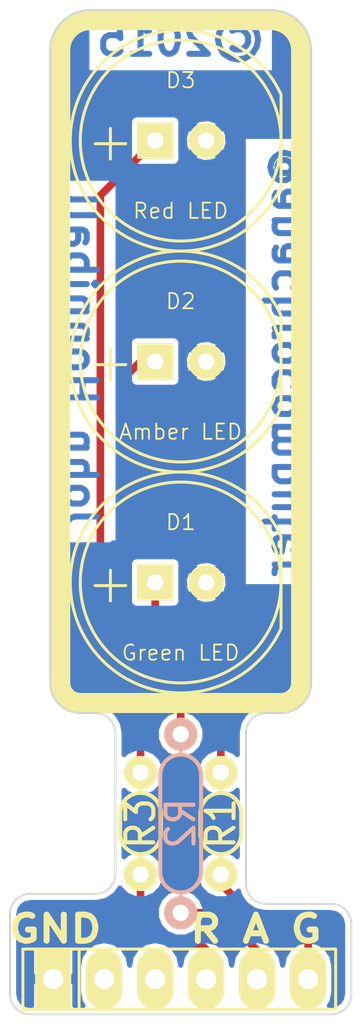
<source format=kicad_pcb>
(kicad_pcb (version 20211014) (generator pcbnew)
  (title_block (title "Traffic Signal Head PCB") (date "2024-10-19") (rev "1.02") (company "John Honniball"))
  (layers (0 "F.Cu" signal) (31 "B.Cu" signal) (34 "B.Paste" user) (35 "F.Paste" user) (36 "B.SilkS" user "B.Silkscreen") (37 "F.SilkS" user "F.Silkscreen") (38 "B.Mask" user) (39 "F.Mask" user) (44 "Edge.Cuts" user))
  (net 0 "")
  (net 1 "/AMBER")
  (net 2 "/GREEN")
  (net 3 "/RED")
  (net 4 "GND")
  (net 5 "N-000001")
  (net 6 "N-000002")
  (net 7 "N-000003")
  (footprint "R2-LARGE_PADS" (layer "F.Cu") (at 209 151 90)
    (fp_text reference "R1" (at 0 0 90) (layer "F.SilkS") (effects (font (size 1.397 1.27) (thickness 0.2032))))
    (fp_text value "330R" hide)
    (fp_line (start 0.508 1.016) (end -0.508 1.016) (layer "F.SilkS") (width 0.2))
    (fp_line (start -1.524 0) (end -2.032 0) (layer "F.SilkS") (width 0.2))
    (fp_line (start 1.524 0) (end 2.032 0) (layer "F.SilkS") (width 0.2))
    (fp_line (start -0.508 -1.016) (end 0.508 -1.016) (layer "F.SilkS") (width 0.2))
    (fp_arc (start 0.508 -1.016) (mid 1.524 0) (end 0.508 1.016) (layer "F.SilkS") (width 0.2))
    (fp_arc (start -0.508 1.016) (mid -1.524 0) (end -0.508 -1.016) (layer "F.SilkS") (width 0.2))
    (pad "1" thru_hole circle locked (at -2.54 0 90) (size 1.651 1.651) (drill 0.8128) (layers *.Cu *.Mask "F.SilkS") (net 2 "/GREEN"))
    (pad "2" thru_hole circle locked (at 2.54 0 90) (size 1.651 1.651) (drill 0.8128) (layers *.Cu *.Mask "F.SilkS") (net 7 "N-000003"))
  )
  (footprint "R2-LARGE_PADS" (layer "F.Cu") (at 205 151 90)
    (fp_text reference "R3" (at 0 0 90) (layer "F.SilkS") (effects (font (size 1.397 1.27) (thickness 0.2032))))
    (fp_text value "330R" hide)
    (fp_line (start 1.524 0) (end 2.032 0) (layer "F.SilkS") (width 0.2))
    (fp_line (start -1.524 0) (end -2.032 0) (layer "F.SilkS") (width 0.2))
    (fp_line (start 0.508 1.016) (end -0.508 1.016) (layer "F.SilkS") (width 0.2))
    (fp_line (start -0.508 -1.016) (end 0.508 -1.016) (layer "F.SilkS") (width 0.2))
    (fp_arc (start 0.508 -1.016) (mid 1.524 0) (end 0.508 1.016) (layer "F.SilkS") (width 0.2))
    (fp_arc (start -0.508 1.016) (mid -1.524 0) (end -0.508 -1.016) (layer "F.SilkS") (width 0.2))
    (pad "1" thru_hole circle locked (at -2.54 0 90) (size 1.651 1.651) (drill 0.8128) (layers *.Cu *.Mask "F.SilkS") (net 3 "/RED"))
    (pad "2" thru_hole circle locked (at 2.54 0 90) (size 1.651 1.651) (drill 0.8128) (layers *.Cu *.Mask "F.SilkS") (net 5 "N-000001"))
  )
  (footprint "LED-G-10MM" (layer "F.Cu") (at 207 139)
    (fp_text reference "D1" (at 0 -3) (layer "F.SilkS") (effects (font (size 0.762 0.762) (thickness 0.0889))))
    (fp_text value "Green LED" (at 0 3.5) (layer "F.SilkS") (effects (font (size 0.762 0.762) (thickness 0.0889))))
    (fp_text user "+" (at -3.5 0) (layer "F.SilkS") (effects (font (size 2 2))))
    (fp_line (start 5 -2.29) (end 5 2.29) (layer "F.SilkS") (width 0.15))
    (fp_arc (start 5 2.29) (mid -5.499464 -0.000747) (end 5.000622 -2.288642) (layer "F.SilkS") (width 0.15))
    (fp_circle (center 0 0) (end 0 -5) (layer "F.SilkS") (width 0.15) (fill none))
    (pad "1" thru_hole rect locked (at -1.27 0) (size 1.8 1.8) (drill 0.8128) (layers *.Cu *.Mask "F.SilkS") (net 7 "N-000003"))
    (pad "2" thru_hole circle locked (at 1.27 0) (size 1.8 1.8) (drill 0.8128) (layers *.Cu *.Mask "F.SilkS") (net 4 "GND"))
  )
  (footprint "LED-A-10MM" (layer "F.Cu") (at 207 128)
    (fp_text reference "D2" (at 0 -3) (layer "F.SilkS") (effects (font (size 0.762 0.762) (thickness 0.0889))))
    (fp_text value "Amber LED" (at 0 3.5) (layer "F.SilkS") (effects (font (size 0.762 0.762) (thickness 0.0889))))
    (fp_text user "+" (at -3.5 0) (layer "F.SilkS") (effects (font (size 2 2))))
    (fp_line (start 5 -2.29) (end 5 2.29) (layer "F.SilkS") (width 0.15))
    (fp_arc (start 5 2.29) (mid -5.499464 -0.000747) (end 5.000622 -2.288642) (layer "F.SilkS") (width 0.15))
    (fp_circle (center 0 0) (end 0 -5) (layer "F.SilkS") (width 0.15) (fill none))
    (pad "1" thru_hole rect locked (at -1.27 0) (size 1.8 1.8) (drill 0.8128) (layers *.Cu *.Mask "F.SilkS") (net 6 "N-000002"))
    (pad "2" thru_hole circle locked (at 1.27 0) (size 1.8 1.8) (drill 0.8128) (layers *.Cu *.Mask "F.SilkS") (net 4 "GND"))
  )
  (footprint "LED-R-10MM" (layer "F.Cu") (at 207 117)
    (fp_text reference "D3" (at 0 -3) (layer "F.SilkS") (effects (font (size 0.762 0.762) (thickness 0.0889))))
    (fp_text value "Red LED" (at 0 3.5) (layer "F.SilkS") (effects (font (size 0.762 0.762) (thickness 0.0889))))
    (fp_text user "+" (at -3.5 0) (layer "F.SilkS") (effects (font (size 2 2))))
    (fp_line (start 5 -2.29) (end 5 2.29) (layer "F.SilkS") (width 0.15))
    (fp_arc (start 5 2.29) (mid -5.499464 -0.000747) (end 5.000622 -2.288642) (layer "F.SilkS") (width 0.15))
    (fp_circle (center 0 0) (end 0 -5) (layer "F.SilkS") (width 0.15) (fill none))
    (pad "1" thru_hole rect locked (at -1.27 0) (size 1.8 1.8) (drill 0.8128) (layers *.Cu *.Mask "F.SilkS") (net 5 "N-000001"))
    (pad "2" thru_hole circle locked (at 1.27 0) (size 1.8 1.8) (drill 0.8128) (layers *.Cu *.Mask "F.SilkS") (net 4 "GND"))
  )
  (footprint "HDR-6-HORIZ-L" (layer "F.Cu") (at 207 158.75)
    (fp_text reference "" (at 0 -3) (layer "F.SilkS") (effects (font (size 1.72974 1.08712) (thickness 0.27178))))
    (fp_text value "" (at 0 -5.5) (layer "F.SilkS") (effects (font (size 1.524 1.016) (thickness 0.254))))
    (fp_text user "" (at -6.27 -2.7) (layer "F.SilkS") (effects (font (size 2 2))))
    (fp_text user "" (at 6.35 -2.54) (layer "F.SilkS") (effects (font (size 2 2))))
    (fp_line (start -7.9 1.5) (end 7.7 1.5) (layer "F.SilkS") (width 0.15))
    (fp_line (start -5.06 1.5) (end -5.06 -1.5) (layer "F.SilkS") (width 0.15))
    (fp_line (start -7.86 -1.5) (end -7.86 1.5) (layer "F.SilkS") (width 0.15))
    (fp_line (start -7.8 -1.5) (end 7.7 -1.5) (layer "F.SilkS") (width 0.15))
    (fp_line (start 7.72 1.5) (end 7.72 -1.5) (layer "F.SilkS") (width 0.15))
    (pad "1" thru_hole rect locked (at -6.35 0) (size 1.8 3) (drill 1) (layers *.Cu *.Mask "F.SilkS") (net 4 "GND"))
    (pad "2" thru_hole oval locked (at -3.81 0) (size 1.8 3) (drill 1) (layers *.Cu *.Mask "F.SilkS"))
    (pad "3" thru_hole oval locked (at -1.27 0) (size 1.8 3) (drill 1) (layers *.Cu *.Mask "F.SilkS"))
    (pad "4" thru_hole oval locked (at 1.27 0) (size 1.8 3) (drill 1) (layers *.Cu *.Mask "F.SilkS") (net 3 "/RED"))
    (pad "5" thru_hole oval locked (at 3.81 0) (size 1.8 3) (drill 1) (layers *.Cu *.Mask "F.SilkS") (net 1 "/AMBER"))
    (pad "6" thru_hole oval locked (at 6.35 0) (size 1.8 3) (drill 1) (layers *.Cu *.Mask "F.SilkS") (net 2 "/GREEN"))
  )
  (footprint "R3-5-LARGE_PADS" (layer "B.Cu") (at 207 151 90)
    (fp_text reference "R2" (at 0 0 90) (layer "B.SilkS") (effects (font (size 1.397 1.27) (thickness 0.2032)) (justify mirror)))
    (fp_text value "330R" hide)
    (fp_line (start 2.413 -1.016) (end -2.413 -1.016) (layer "B.SilkS") (width 0.2))
    (fp_line (start -2.413 1.016) (end 2.413 1.016) (layer "B.SilkS") (width 0.2))
    (fp_line (start -3.429 0) (end -3.937 0) (layer "B.SilkS") (width 0.2))
    (fp_line (start 3.429 0) (end 3.937 0) (layer "B.SilkS") (width 0.2))
    (fp_arc (start -2.413 1.016) (mid -3.429 0) (end -2.413 -1.016) (layer "B.SilkS") (width 0.2))
    (fp_arc (start 2.413 -1.016) (mid 3.429 0) (end 2.413 1.016) (layer "B.SilkS") (width 0.2))
    (pad "1" thru_hole circle locked (at -4.445 0 90) (size 1.651 1.651) (drill 0.8128) (layers *.Cu *.Mask "B.SilkS") (net 1 "/AMBER"))
    (pad "2" thru_hole circle locked (at 4.445 0 90) (size 1.651 1.651) (drill 0.8128) (layers *.Cu *.Mask "B.SilkS") (net 6 "N-000002"))
  )
  (gr_line (start 202.5 111) (end 211.5 111) (layer "F.SilkS") (width 1))
  (gr_arc (start 211.5 111) (mid 212.56066 111.43934) (end 213 112.5) (layer "F.SilkS") (width 1))
  (gr_line (start 213 112.5) (end 213 144) (layer "F.SilkS") (width 1))
  (gr_arc (start 213 144) (mid 212.707107 144.707107) (end 212 145) (layer "F.SilkS") (width 1))
  (gr_arc (start 201 112.5) (mid 201.43934 111.43934) (end 202.5 111) (layer "F.SilkS") (width 1))
  (gr_line (start 202 145) (end 212 145) (layer "F.SilkS") (width 1))
  (gr_arc (start 202 145) (mid 201.292893 144.707107) (end 201 144) (layer "F.SilkS") (width 1))
  (gr_line (start 201 144) (end 201 112.5) (layer "F.SilkS") (width 1))
  (gr_arc (start 211.25 155) (mid 210.542893 154.707107) (end 210.25 154) (layer "Edge.Cuts") (width 0.1))
  (gr_arc (start 200.5 112.5) (mid 201.085786 111.085786) (end 202.5 110.5) (layer "Edge.Cuts") (width 0.1))
  (gr_arc (start 215.5 159.5) (mid 215.207107 160.207107) (end 214.5 160.5) (layer "Edge.Cuts") (width 0.1))
  (gr_line (start 213.5 144) (end 213.5 112.5) (layer "Edge.Cuts") (width 0.1))
  (gr_line (start 200.5 144) (end 200.5 112.5) (layer "Edge.Cuts") (width 0.1))
  (gr_arc (start 211.5 110.5) (mid 212.914214 111.085786) (end 213.5 112.5) (layer "Edge.Cuts") (width 0.1))
  (gr_arc (start 214.5 155) (mid 215.207107 155.292893) (end 215.5 156) (layer "Edge.Cuts") (width 0.1))
  (gr_arc (start 202.75 145.5) (mid 203.457107 145.792893) (end 203.75 146.5) (layer "Edge.Cuts") (width 0.1))
  (gr_line (start 203.75 146.5) (end 203.75 153.5) (layer "Edge.Cuts") (width 0.1))
  (gr_line (start 202 145.5) (end 202.75 145.5) (layer "Edge.Cuts") (width 0.1))
  (gr_arc (start 203.75 153.5) (mid 203.457107 154.207107) (end 202.75 154.5) (layer "Edge.Cuts") (width 0.1))
  (gr_arc (start 198.5 155.5) (mid 198.792893 154.792893) (end 199.5 154.5) (layer "Edge.Cuts") (width 0.1))
  (gr_arc (start 210.25 146.5) (mid 210.542893 145.792893) (end 211.25 145.5) (layer "Edge.Cuts") (width 0.1))
  (gr_line (start 211.25 145.5) (end 212 145.5) (layer "Edge.Cuts") (width 0.1))
  (gr_line (start 202.75 154.5) (end 199.5 154.5) (layer "Edge.Cuts") (width 0.1))
  (gr_line (start 214.51 160.5) (end 199.51 160.5) (layer "Edge.Cuts") (width 0.1))
  (gr_line (start 211.25 155) (end 214.5 155) (layer "Edge.Cuts") (width 0.1))
  (gr_arc (start 199.5 160.5) (mid 198.792893 160.207107) (end 198.5 159.5) (layer "Edge.Cuts") (width 0.1))
  (gr_line (start 202.5 110.5) (end 211.5 110.5) (layer "Edge.Cuts") (width 0.1))
  (gr_line (start 215.5 156) (end 215.5 159.5) (layer "Edge.Cuts") (width 0.1))
  (gr_line (start 198.5 155.5) (end 198.5 159.5) (layer "Edge.Cuts") (width 0.1))
  (gr_arc (start 213.5 144) (mid 213.06066 145.06066) (end 212 145.5) (layer "Edge.Cuts") (width 0.1))
  (gr_arc (start 202 145.5) (mid 200.93934 145.06066) (end 200.5 144) (layer "Edge.Cuts") (width 0.1))
  (gr_line (start 210.25 146.5) (end 210.25 154) (layer "Edge.Cuts") (width 0.1))
  (gr_text "John Honniball" (at 202 128 270) (layer "B.Cu") (effects (font (size 1.5 1.5) (thickness 0.3)) (justify mirror)))
  (gr_text "@anachrocomputer" (at 212 128 90) (layer "B.Cu") (effects (font (size 1.5 1.5) (thickness 0.3)) (justify mirror)))
  (gr_text "©2015" (at 207 112) (layer "B.Cu") (effects (font (size 1.5 1.5) (thickness 0.3)) (justify mirror)))
  (gr_text "A" (at 210.75 156.25) (layer "F.SilkS") (effects (font (size 1.3 1.5) (thickness 0.3))))
  (gr_text "G" (at 213.25 156.25) (layer "F.SilkS") (effects (font (size 1.3 1.5) (thickness 0.3))))
  (gr_text "GND" (at 200.75 156.25) (layer "F.SilkS") (effects (font (size 1.3 1.5) (thickness 0.3))))
  (gr_text "R" (at 208.25 156.25) (layer "F.SilkS") (effects (font (size 1.3 1.5) (thickness 0.3))))
  (segment (start 208.945 155.445) (end 210.81 157.31) (width 0.381) (layer "F.Cu") (net 1))
  (segment (start 210.81 157.31) (end 210.81 158.75) (width 0.381) (layer "F.Cu") (net 1))
  (segment (start 207 155.445) (end 208.945 155.445) (width 0.381) (layer "F.Cu") (net 1))
  (segment (start 209 154) (end 211.25 156.25) (width 0.381) (layer "F.Cu") (net 2))
  (segment (start 211.25 156.25) (end 212.75 156.25) (width 0.381) (layer "F.Cu") (net 2))
  (segment (start 212.75 156.25) (end 213.35 156.85) (width 0.381) (layer "F.Cu") (net 2))
  (segment (start 213.35 156.85) (end 213.35 158.75) (width 0.381) (layer "F.Cu") (net 2))
  (segment (start 209 153.54) (end 209 154) (width 0.381) (layer "F.Cu") (net 2))
  (segment (start 205 155.25) (end 206.75 157) (width 0.381) (layer "F.Cu") (net 3))
  (segment (start 206.75 157) (end 208 157) (width 0.381) (layer "F.Cu") (net 3))
  (segment (start 208 157) (end 208.27 157.27) (width 0.381) (layer "F.Cu") (net 3))
  (segment (start 208.27 157.27) (end 208.27 158.75) (width 0.381) (layer "F.Cu") (net 3))
  (segment (start 205 153.54) (end 205 155.25) (width 0.381) (layer "F.Cu") (net 3))
  (segment (start 203 119.73) (end 203 143.5) (width 0.381) (layer "F.Cu") (net 5))
  (segment (start 205 145.5) (end 205 148.46) (width 0.381) (layer "F.Cu") (net 5))
  (segment (start 205.73 117) (end 203 119.73) (width 0.381) (layer "F.Cu") (net 5))
  (segment (start 203 143.5) (end 205 145.5) (width 0.381) (layer "F.Cu") (net 5))
  (segment (start 205 128) (end 204 129) (width 0.381) (layer "F.Cu") (net 6))
  (segment (start 204 129) (end 204 141.5) (width 0.381) (layer "F.Cu") (net 6))
  (segment (start 204 141.5) (end 207 144.5) (width 0.381) (layer "F.Cu") (net 6))
  (segment (start 207 146.555) (end 207 144.5) (width 0.381) (layer "F.Cu") (net 6))
  (segment (start 205 128) (end 205.73 128) (width 0.381) (layer "F.Cu") (net 6))
  (segment (start 205.73 139) (end 205.73 140.73) (width 0.381) (layer "F.Cu") (net 7))
  (segment (start 209 144) (end 209 148.46) (width 0.381) (layer "F.Cu") (net 7))
  (segment (start 205.73 140.73) (end 209 144) (width 0.381) (layer "F.Cu") (net 7))
  (zone (net 4) (net_name "GND") (layer "B.Cu") (connect_pads (clearance 0.254)) (min_thickness 0.254) (fill (thermal_gap 0.0508) (thermal_bridge_width 0.508))
    (polygon (pts (xy 216 161) (xy 198 161) (xy 198 110) (xy 216 110)))
  )
  (zone (net 0) (net_name "") (layer "B.Cu") (connect_pads (clearance 0)) (min_thickness 0.254)
    (keepout (tracks not_allowed) (vias not_allowed) (pads allowed) (copperpour not_allowed) (footprints allowed))
    (fill (thermal_gap 0.0508) (thermal_bridge_width 0.508))
    (polygon (pts (xy 213.5 139) (xy 211 139) (xy 211 117) (xy 213.5 117)))
  )
  (zone (net 0) (net_name "") (layer "B.Cu") (connect_pads (clearance 0)) (min_thickness 0.254)
    (keepout (tracks not_allowed) (vias not_allowed) (pads allowed) (copperpour not_allowed) (footprints allowed))
    (fill (thermal_gap 0.0508) (thermal_bridge_width 0.508))
    (polygon (pts (xy 203.5 137) (xy 201 137) (xy 201 119) (xy 203.5 119)))
  )
  (zone (net 0) (net_name "") (layer "B.Cu") (connect_pads (clearance 0)) (min_thickness 0.254)
    (keepout (tracks not_allowed) (vias not_allowed) (pads allowed) (copperpour not_allowed) (footprints allowed))
    (fill (thermal_gap 0.0508) (thermal_bridge_width 0.508))
    (polygon (pts (xy 211.5 113.5) (xy 202.5 113.5) (xy 202.5 110.5) (xy 211.5 110.5)))
  )
)
</source>
